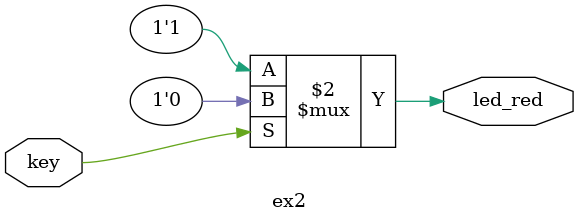
<source format=v>
module ex2 (key,led_red );

input key;
output led_red;
assign led_red =(key == 1)?1'b0:1'b1; 

endmodule

</source>
